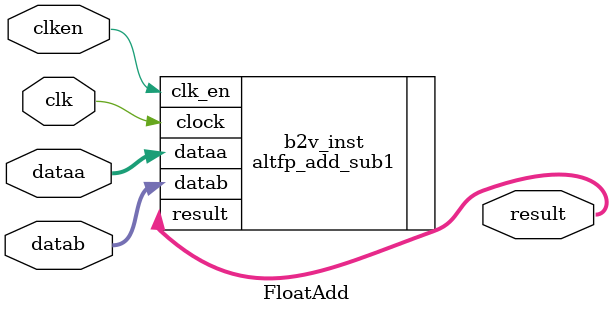
<source format=v>


module FloatAdd(
	clk,
	clken,
	dataa,
	datab,
	result
);


input wire	clk;
input wire	clken;
input wire	[31:0] dataa;
input wire	[31:0] datab;
output wire	[31:0] result;






altfp_add_sub1	b2v_inst(
	.clock(clk),
	.clk_en(clken),
	.dataa(dataa),
	.datab(datab),
	.result(result));


endmodule

</source>
